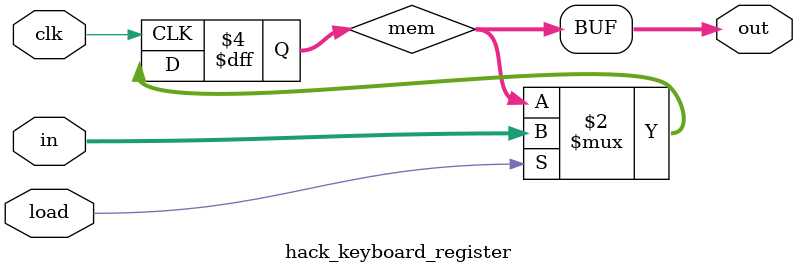
<source format=v>
`timescale 1ns / 1ps


module hack_keyboard_register(
clk,
load,
in,
out
);
    
input clk,load;
input [15:0] in;
output [15:0] out;

reg [15:0]mem;

always@(posedge clk)
    if(load)
        mem <= in;
        
assign out = mem;

endmodule

</source>
